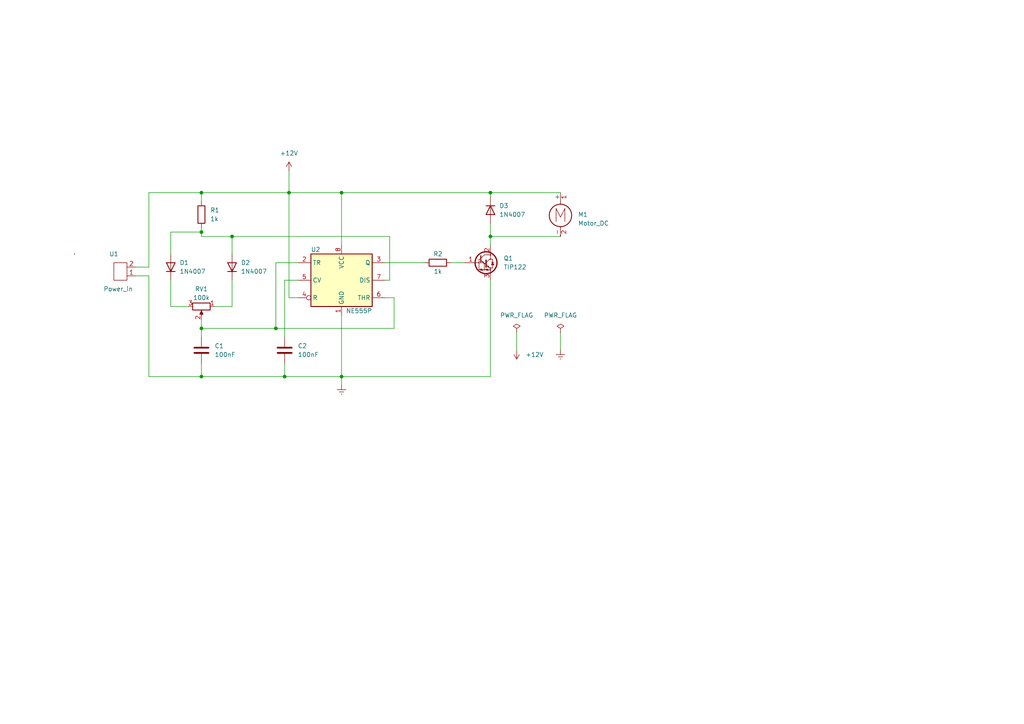
<source format=kicad_sch>
(kicad_sch (version 20211123) (generator eeschema)

  (uuid 3be69592-01d8-4f60-ad7c-4614eb19b3ad)

  (paper "A4")

  (title_block
    (title "555 Timer PWM")
    (date "2022-05-14")
    (rev "v1.1")
    (company "zhrzkn")
  )

  (lib_symbols
    (symbol "Device:C" (pin_numbers hide) (pin_names (offset 0.254)) (in_bom yes) (on_board yes)
      (property "Reference" "C" (id 0) (at 0.635 2.54 0)
        (effects (font (size 1.27 1.27)) (justify left))
      )
      (property "Value" "C" (id 1) (at 0.635 -2.54 0)
        (effects (font (size 1.27 1.27)) (justify left))
      )
      (property "Footprint" "" (id 2) (at 0.9652 -3.81 0)
        (effects (font (size 1.27 1.27)) hide)
      )
      (property "Datasheet" "~" (id 3) (at 0 0 0)
        (effects (font (size 1.27 1.27)) hide)
      )
      (property "ki_keywords" "cap capacitor" (id 4) (at 0 0 0)
        (effects (font (size 1.27 1.27)) hide)
      )
      (property "ki_description" "Unpolarized capacitor" (id 5) (at 0 0 0)
        (effects (font (size 1.27 1.27)) hide)
      )
      (property "ki_fp_filters" "C_*" (id 6) (at 0 0 0)
        (effects (font (size 1.27 1.27)) hide)
      )
      (symbol "C_0_1"
        (polyline
          (pts
            (xy -2.032 -0.762)
            (xy 2.032 -0.762)
          )
          (stroke (width 0.508) (type default) (color 0 0 0 0))
          (fill (type none))
        )
        (polyline
          (pts
            (xy -2.032 0.762)
            (xy 2.032 0.762)
          )
          (stroke (width 0.508) (type default) (color 0 0 0 0))
          (fill (type none))
        )
      )
      (symbol "C_1_1"
        (pin passive line (at 0 3.81 270) (length 2.794)
          (name "~" (effects (font (size 1.27 1.27))))
          (number "1" (effects (font (size 1.27 1.27))))
        )
        (pin passive line (at 0 -3.81 90) (length 2.794)
          (name "~" (effects (font (size 1.27 1.27))))
          (number "2" (effects (font (size 1.27 1.27))))
        )
      )
    )
    (symbol "Device:R" (pin_numbers hide) (pin_names (offset 0)) (in_bom yes) (on_board yes)
      (property "Reference" "R" (id 0) (at 2.032 0 90)
        (effects (font (size 1.27 1.27)))
      )
      (property "Value" "R" (id 1) (at 0 0 90)
        (effects (font (size 1.27 1.27)))
      )
      (property "Footprint" "" (id 2) (at -1.778 0 90)
        (effects (font (size 1.27 1.27)) hide)
      )
      (property "Datasheet" "~" (id 3) (at 0 0 0)
        (effects (font (size 1.27 1.27)) hide)
      )
      (property "ki_keywords" "R res resistor" (id 4) (at 0 0 0)
        (effects (font (size 1.27 1.27)) hide)
      )
      (property "ki_description" "Resistor" (id 5) (at 0 0 0)
        (effects (font (size 1.27 1.27)) hide)
      )
      (property "ki_fp_filters" "R_*" (id 6) (at 0 0 0)
        (effects (font (size 1.27 1.27)) hide)
      )
      (symbol "R_0_1"
        (rectangle (start -1.016 -2.54) (end 1.016 2.54)
          (stroke (width 0.254) (type default) (color 0 0 0 0))
          (fill (type none))
        )
      )
      (symbol "R_1_1"
        (pin passive line (at 0 3.81 270) (length 1.27)
          (name "~" (effects (font (size 1.27 1.27))))
          (number "1" (effects (font (size 1.27 1.27))))
        )
        (pin passive line (at 0 -3.81 90) (length 1.27)
          (name "~" (effects (font (size 1.27 1.27))))
          (number "2" (effects (font (size 1.27 1.27))))
        )
      )
    )
    (symbol "Device:R_Potentiometer" (pin_names (offset 1.016) hide) (in_bom yes) (on_board yes)
      (property "Reference" "RV" (id 0) (at -4.445 0 90)
        (effects (font (size 1.27 1.27)))
      )
      (property "Value" "R_Potentiometer" (id 1) (at -2.54 0 90)
        (effects (font (size 1.27 1.27)))
      )
      (property "Footprint" "" (id 2) (at 0 0 0)
        (effects (font (size 1.27 1.27)) hide)
      )
      (property "Datasheet" "~" (id 3) (at 0 0 0)
        (effects (font (size 1.27 1.27)) hide)
      )
      (property "ki_keywords" "resistor variable" (id 4) (at 0 0 0)
        (effects (font (size 1.27 1.27)) hide)
      )
      (property "ki_description" "Potentiometer" (id 5) (at 0 0 0)
        (effects (font (size 1.27 1.27)) hide)
      )
      (property "ki_fp_filters" "Potentiometer*" (id 6) (at 0 0 0)
        (effects (font (size 1.27 1.27)) hide)
      )
      (symbol "R_Potentiometer_0_1"
        (polyline
          (pts
            (xy 2.54 0)
            (xy 1.524 0)
          )
          (stroke (width 0) (type default) (color 0 0 0 0))
          (fill (type none))
        )
        (polyline
          (pts
            (xy 1.143 0)
            (xy 2.286 0.508)
            (xy 2.286 -0.508)
            (xy 1.143 0)
          )
          (stroke (width 0) (type default) (color 0 0 0 0))
          (fill (type outline))
        )
        (rectangle (start 1.016 2.54) (end -1.016 -2.54)
          (stroke (width 0.254) (type default) (color 0 0 0 0))
          (fill (type none))
        )
      )
      (symbol "R_Potentiometer_1_1"
        (pin passive line (at 0 3.81 270) (length 1.27)
          (name "1" (effects (font (size 1.27 1.27))))
          (number "1" (effects (font (size 1.27 1.27))))
        )
        (pin passive line (at 3.81 0 180) (length 1.27)
          (name "2" (effects (font (size 1.27 1.27))))
          (number "2" (effects (font (size 1.27 1.27))))
        )
        (pin passive line (at 0 -3.81 90) (length 1.27)
          (name "3" (effects (font (size 1.27 1.27))))
          (number "3" (effects (font (size 1.27 1.27))))
        )
      )
    )
    (symbol "Diode:1N4007" (pin_numbers hide) (pin_names (offset 1.016) hide) (in_bom yes) (on_board yes)
      (property "Reference" "D" (id 0) (at 0 2.54 0)
        (effects (font (size 1.27 1.27)))
      )
      (property "Value" "1N4007" (id 1) (at 0 -2.54 0)
        (effects (font (size 1.27 1.27)))
      )
      (property "Footprint" "Diode_THT:D_DO-41_SOD81_P10.16mm_Horizontal" (id 2) (at 0 -4.445 0)
        (effects (font (size 1.27 1.27)) hide)
      )
      (property "Datasheet" "http://www.vishay.com/docs/88503/1n4001.pdf" (id 3) (at 0 0 0)
        (effects (font (size 1.27 1.27)) hide)
      )
      (property "ki_keywords" "diode" (id 4) (at 0 0 0)
        (effects (font (size 1.27 1.27)) hide)
      )
      (property "ki_description" "1000V 1A General Purpose Rectifier Diode, DO-41" (id 5) (at 0 0 0)
        (effects (font (size 1.27 1.27)) hide)
      )
      (property "ki_fp_filters" "D*DO?41*" (id 6) (at 0 0 0)
        (effects (font (size 1.27 1.27)) hide)
      )
      (symbol "1N4007_0_1"
        (polyline
          (pts
            (xy -1.27 1.27)
            (xy -1.27 -1.27)
          )
          (stroke (width 0.254) (type default) (color 0 0 0 0))
          (fill (type none))
        )
        (polyline
          (pts
            (xy 1.27 0)
            (xy -1.27 0)
          )
          (stroke (width 0) (type default) (color 0 0 0 0))
          (fill (type none))
        )
        (polyline
          (pts
            (xy 1.27 1.27)
            (xy 1.27 -1.27)
            (xy -1.27 0)
            (xy 1.27 1.27)
          )
          (stroke (width 0.254) (type default) (color 0 0 0 0))
          (fill (type none))
        )
      )
      (symbol "1N4007_1_1"
        (pin passive line (at -3.81 0 0) (length 2.54)
          (name "K" (effects (font (size 1.27 1.27))))
          (number "1" (effects (font (size 1.27 1.27))))
        )
        (pin passive line (at 3.81 0 180) (length 2.54)
          (name "A" (effects (font (size 1.27 1.27))))
          (number "2" (effects (font (size 1.27 1.27))))
        )
      )
    )
    (symbol "Motor:Motor_DC" (pin_names (offset 0)) (in_bom yes) (on_board yes)
      (property "Reference" "M" (id 0) (at 2.54 2.54 0)
        (effects (font (size 1.27 1.27)) (justify left))
      )
      (property "Value" "Motor_DC" (id 1) (at 2.54 -5.08 0)
        (effects (font (size 1.27 1.27)) (justify left top))
      )
      (property "Footprint" "" (id 2) (at 0 -2.286 0)
        (effects (font (size 1.27 1.27)) hide)
      )
      (property "Datasheet" "~" (id 3) (at 0 -2.286 0)
        (effects (font (size 1.27 1.27)) hide)
      )
      (property "ki_keywords" "DC Motor" (id 4) (at 0 0 0)
        (effects (font (size 1.27 1.27)) hide)
      )
      (property "ki_description" "DC Motor" (id 5) (at 0 0 0)
        (effects (font (size 1.27 1.27)) hide)
      )
      (property "ki_fp_filters" "PinHeader*P2.54mm* TerminalBlock*" (id 6) (at 0 0 0)
        (effects (font (size 1.27 1.27)) hide)
      )
      (symbol "Motor_DC_0_0"
        (polyline
          (pts
            (xy -1.27 -3.302)
            (xy -1.27 0.508)
            (xy 0 -2.032)
            (xy 1.27 0.508)
            (xy 1.27 -3.302)
          )
          (stroke (width 0) (type default) (color 0 0 0 0))
          (fill (type none))
        )
      )
      (symbol "Motor_DC_0_1"
        (circle (center 0 -1.524) (radius 3.2512)
          (stroke (width 0.254) (type default) (color 0 0 0 0))
          (fill (type none))
        )
        (polyline
          (pts
            (xy 0 -7.62)
            (xy 0 -7.112)
          )
          (stroke (width 0) (type default) (color 0 0 0 0))
          (fill (type none))
        )
        (polyline
          (pts
            (xy 0 -4.7752)
            (xy 0 -5.1816)
          )
          (stroke (width 0) (type default) (color 0 0 0 0))
          (fill (type none))
        )
        (polyline
          (pts
            (xy 0 1.7272)
            (xy 0 2.0828)
          )
          (stroke (width 0) (type default) (color 0 0 0 0))
          (fill (type none))
        )
        (polyline
          (pts
            (xy 0 2.032)
            (xy 0 2.54)
          )
          (stroke (width 0) (type default) (color 0 0 0 0))
          (fill (type none))
        )
      )
      (symbol "Motor_DC_1_1"
        (pin passive line (at 0 5.08 270) (length 2.54)
          (name "+" (effects (font (size 1.27 1.27))))
          (number "1" (effects (font (size 1.27 1.27))))
        )
        (pin passive line (at 0 -7.62 90) (length 2.54)
          (name "-" (effects (font (size 1.27 1.27))))
          (number "2" (effects (font (size 1.27 1.27))))
        )
      )
    )
    (symbol "Timer:NE555P" (in_bom yes) (on_board yes)
      (property "Reference" "U" (id 0) (at -10.16 8.89 0)
        (effects (font (size 1.27 1.27)) (justify left))
      )
      (property "Value" "NE555P" (id 1) (at 2.54 8.89 0)
        (effects (font (size 1.27 1.27)) (justify left))
      )
      (property "Footprint" "Package_DIP:DIP-8_W7.62mm" (id 2) (at 16.51 -10.16 0)
        (effects (font (size 1.27 1.27)) hide)
      )
      (property "Datasheet" "http://www.ti.com/lit/ds/symlink/ne555.pdf" (id 3) (at 21.59 -10.16 0)
        (effects (font (size 1.27 1.27)) hide)
      )
      (property "ki_keywords" "single timer 555" (id 4) (at 0 0 0)
        (effects (font (size 1.27 1.27)) hide)
      )
      (property "ki_description" "Precision Timers, 555 compatible,  PDIP-8" (id 5) (at 0 0 0)
        (effects (font (size 1.27 1.27)) hide)
      )
      (property "ki_fp_filters" "DIP*W7.62mm*" (id 6) (at 0 0 0)
        (effects (font (size 1.27 1.27)) hide)
      )
      (symbol "NE555P_0_0"
        (pin power_in line (at 0 -10.16 90) (length 2.54)
          (name "GND" (effects (font (size 1.27 1.27))))
          (number "1" (effects (font (size 1.27 1.27))))
        )
        (pin power_in line (at 0 10.16 270) (length 2.54)
          (name "VCC" (effects (font (size 1.27 1.27))))
          (number "8" (effects (font (size 1.27 1.27))))
        )
      )
      (symbol "NE555P_0_1"
        (rectangle (start -8.89 -7.62) (end 8.89 7.62)
          (stroke (width 0.254) (type default) (color 0 0 0 0))
          (fill (type background))
        )
        (rectangle (start -8.89 -7.62) (end 8.89 7.62)
          (stroke (width 0.254) (type default) (color 0 0 0 0))
          (fill (type background))
        )
      )
      (symbol "NE555P_1_1"
        (pin input line (at -12.7 5.08 0) (length 3.81)
          (name "TR" (effects (font (size 1.27 1.27))))
          (number "2" (effects (font (size 1.27 1.27))))
        )
        (pin output line (at 12.7 5.08 180) (length 3.81)
          (name "Q" (effects (font (size 1.27 1.27))))
          (number "3" (effects (font (size 1.27 1.27))))
        )
        (pin input inverted (at -12.7 -5.08 0) (length 3.81)
          (name "R" (effects (font (size 1.27 1.27))))
          (number "4" (effects (font (size 1.27 1.27))))
        )
        (pin input line (at -12.7 0 0) (length 3.81)
          (name "CV" (effects (font (size 1.27 1.27))))
          (number "5" (effects (font (size 1.27 1.27))))
        )
        (pin input line (at 12.7 -5.08 180) (length 3.81)
          (name "THR" (effects (font (size 1.27 1.27))))
          (number "6" (effects (font (size 1.27 1.27))))
        )
        (pin input line (at 12.7 0 180) (length 3.81)
          (name "DIS" (effects (font (size 1.27 1.27))))
          (number "7" (effects (font (size 1.27 1.27))))
        )
      )
    )
    (symbol "Transistor_BJT:TIP122" (pin_names (offset 0) hide) (in_bom yes) (on_board yes)
      (property "Reference" "Q" (id 0) (at 5.08 1.905 0)
        (effects (font (size 1.27 1.27)) (justify left))
      )
      (property "Value" "TIP122" (id 1) (at 5.08 0 0)
        (effects (font (size 1.27 1.27)) (justify left))
      )
      (property "Footprint" "Package_TO_SOT_THT:TO-220-3_Vertical" (id 2) (at 5.08 -1.905 0)
        (effects (font (size 1.27 1.27) italic) (justify left) hide)
      )
      (property "Datasheet" "https://www.onsemi.com/pub/Collateral/TIP120-D.PDF" (id 3) (at 0 0 0)
        (effects (font (size 1.27 1.27)) (justify left) hide)
      )
      (property "ki_keywords" "Darlington Power NPN Transistor" (id 4) (at 0 0 0)
        (effects (font (size 1.27 1.27)) hide)
      )
      (property "ki_description" "5A Ic, 100V Vce, Silicon Darlington Power NPN Transistor, TO-220" (id 5) (at 0 0 0)
        (effects (font (size 1.27 1.27)) hide)
      )
      (property "ki_fp_filters" "TO?220*" (id 6) (at 0 0 0)
        (effects (font (size 1.27 1.27)) hide)
      )
      (symbol "TIP122_0_1"
        (circle (center -0.762 0) (radius 0.127)
          (stroke (width 0) (type default) (color 0 0 0 0))
          (fill (type none))
        )
        (polyline
          (pts
            (xy -1.27 0)
            (xy -0.889 0)
          )
          (stroke (width 0) (type default) (color 0 0 0 0))
          (fill (type none))
        )
        (polyline
          (pts
            (xy 2.54 -2.032)
            (xy 2.54 -2.54)
          )
          (stroke (width 0) (type default) (color 0 0 0 0))
          (fill (type none))
        )
        (polyline
          (pts
            (xy 2.54 -1.524)
            (xy 3.175 -1.524)
          )
          (stroke (width 0) (type default) (color 0 0 0 0))
          (fill (type none))
        )
        (polyline
          (pts
            (xy 2.794 0.127)
            (xy 3.556 0.127)
          )
          (stroke (width 0) (type default) (color 0 0 0 0))
          (fill (type none))
        )
        (polyline
          (pts
            (xy 3.175 -0.635)
            (xy 3.175 -1.524)
          )
          (stroke (width 0) (type default) (color 0 0 0 0))
          (fill (type none))
        )
        (polyline
          (pts
            (xy 3.175 1.016)
            (xy 2.54 1.016)
          )
          (stroke (width 0) (type default) (color 0 0 0 0))
          (fill (type none))
        )
        (polyline
          (pts
            (xy 3.175 1.016)
            (xy 3.175 0.127)
          )
          (stroke (width 0) (type default) (color 0 0 0 0))
          (fill (type none))
        )
        (polyline
          (pts
            (xy -0.254 0.762)
            (xy 0.762 -0.254)
            (xy 1.27 -0.254)
          )
          (stroke (width 0) (type default) (color 0 0 0 0))
          (fill (type none))
        )
        (polyline
          (pts
            (xy -0.254 1.016)
            (xy -0.762 1.016)
            (xy -0.762 -2.032)
          )
          (stroke (width 0) (type default) (color 0 0 0 0))
          (fill (type none))
        )
        (polyline
          (pts
            (xy -0.254 1.27)
            (xy 0.762 2.286)
            (xy 2.54 2.286)
          )
          (stroke (width 0) (type default) (color 0 0 0 0))
          (fill (type none))
        )
        (polyline
          (pts
            (xy -0.254 2.032)
            (xy -0.254 0)
            (xy -0.254 0)
          )
          (stroke (width 0.3048) (type default) (color 0 0 0 0))
          (fill (type none))
        )
        (polyline
          (pts
            (xy 1.27 0.762)
            (xy 1.27 -1.27)
            (xy 1.27 -1.27)
          )
          (stroke (width 0.381) (type default) (color 0 0 0 0))
          (fill (type none))
        )
        (polyline
          (pts
            (xy 0.635 -0.127)
            (xy 0.381 0.381)
            (xy 0.127 0.127)
            (xy 0.635 -0.127)
          )
          (stroke (width 0) (type default) (color 0 0 0 0))
          (fill (type none))
        )
        (polyline
          (pts
            (xy 1.27 -0.508)
            (xy 2.286 -1.524)
            (xy 2.54 -1.524)
            (xy 2.54 -2.032)
          )
          (stroke (width 0) (type default) (color 0 0 0 0))
          (fill (type none))
        )
        (polyline
          (pts
            (xy 1.27 0)
            (xy 2.286 1.016)
            (xy 2.54 1.016)
            (xy 2.54 2.286)
          )
          (stroke (width 0) (type default) (color 0 0 0 0))
          (fill (type none))
        )
        (polyline
          (pts
            (xy 2.159 -1.397)
            (xy 1.905 -0.889)
            (xy 1.651 -1.143)
            (xy 2.159 -1.397)
          )
          (stroke (width 0) (type default) (color 0 0 0 0))
          (fill (type none))
        )
        (polyline
          (pts
            (xy 3.175 0.127)
            (xy 2.794 -0.635)
            (xy 3.556 -0.635)
            (xy 3.175 0.127)
          )
          (stroke (width 0) (type default) (color 0 0 0 0))
          (fill (type outline))
        )
        (polyline
          (pts
            (xy 0.762 -2.032)
            (xy 0.381 -2.032)
            (xy 0.254 -2.286)
            (xy 0.127 -1.778)
            (xy 0 -2.286)
            (xy -0.127 -1.778)
            (xy -0.254 -2.286)
            (xy -0.381 -1.778)
            (xy -0.508 -2.032)
            (xy -0.762 -2.032)
          )
          (stroke (width 0) (type default) (color 0 0 0 0))
          (fill (type none))
        )
        (polyline
          (pts
            (xy 0.762 -0.254)
            (xy 0.762 -2.032)
            (xy 1.143 -2.032)
            (xy 1.27 -1.778)
            (xy 1.397 -2.286)
            (xy 1.524 -1.778)
            (xy 1.651 -2.286)
            (xy 1.778 -1.778)
            (xy 1.905 -2.286)
            (xy 2.032 -2.032)
            (xy 2.54 -2.032)
          )
          (stroke (width 0) (type default) (color 0 0 0 0))
          (fill (type none))
        )
        (circle (center 0.762 -2.032) (radius 0.127)
          (stroke (width 0) (type default) (color 0 0 0 0))
          (fill (type none))
        )
        (circle (center 0.762 -0.254) (radius 0.127)
          (stroke (width 0) (type default) (color 0 0 0 0))
          (fill (type none))
        )
        (circle (center 1.27 0) (radius 3.175)
          (stroke (width 0.3556) (type default) (color 0 0 0 0))
          (fill (type none))
        )
        (circle (center 2.54 -2.032) (radius 0.127)
          (stroke (width 0) (type default) (color 0 0 0 0))
          (fill (type none))
        )
        (circle (center 2.54 -1.524) (radius 0.127)
          (stroke (width 0) (type default) (color 0 0 0 0))
          (fill (type none))
        )
        (circle (center 2.54 1.016) (radius 0.127)
          (stroke (width 0) (type default) (color 0 0 0 0))
          (fill (type none))
        )
        (circle (center 2.54 2.286) (radius 0.127)
          (stroke (width 0) (type default) (color 0 0 0 0))
          (fill (type none))
        )
      )
      (symbol "TIP122_1_1"
        (pin input line (at -5.08 0 0) (length 3.81)
          (name "B" (effects (font (size 1.27 1.27))))
          (number "1" (effects (font (size 1.27 1.27))))
        )
        (pin passive line (at 2.54 5.08 270) (length 2.667)
          (name "C" (effects (font (size 1.27 1.27))))
          (number "2" (effects (font (size 1.27 1.27))))
        )
        (pin passive line (at 2.54 -5.08 90) (length 2.54)
          (name "E" (effects (font (size 1.27 1.27))))
          (number "3" (effects (font (size 1.27 1.27))))
        )
      )
    )
    (symbol "extra_library:Power_in" (in_bom yes) (on_board yes)
      (property "Reference" "U" (id 0) (at -1.27 1.27 0)
        (effects (font (size 1.27 1.27)))
      )
      (property "Value" "Power_in" (id 1) (at 2.54 -6.35 0)
        (effects (font (size 1.27 1.27)))
      )
      (property "Footprint" "" (id 2) (at 0 0 0)
        (effects (font (size 1.27 1.27)) hide)
      )
      (property "Datasheet" "" (id 3) (at 0 0 0)
        (effects (font (size 1.27 1.27)) hide)
      )
      (symbol "Power_in_0_1"
        (rectangle (start 0 0) (end 3.81 -5.08)
          (stroke (width 0) (type default) (color 0 0 0 0))
          (fill (type none))
        )
        (circle (center 15.24 2.54) (radius 0.0001)
          (stroke (width 0) (type default) (color 0 0 0 0))
          (fill (type none))
        )
      )
      (symbol "Power_in_1_1"
        (pin input line (at -2.54 -3.81 0) (length 2.54)
          (name "" (effects (font (size 1.27 1.27))))
          (number "1" (effects (font (size 1.27 1.27))))
        )
        (pin input line (at -2.54 -1.27 0) (length 2.54)
          (name "" (effects (font (size 1.27 1.27))))
          (number "2" (effects (font (size 1.27 1.27))))
        )
      )
    )
    (symbol "power:+12V" (power) (pin_names (offset 0)) (in_bom yes) (on_board yes)
      (property "Reference" "#PWR" (id 0) (at 0 -3.81 0)
        (effects (font (size 1.27 1.27)) hide)
      )
      (property "Value" "+12V" (id 1) (at 0 3.556 0)
        (effects (font (size 1.27 1.27)))
      )
      (property "Footprint" "" (id 2) (at 0 0 0)
        (effects (font (size 1.27 1.27)) hide)
      )
      (property "Datasheet" "" (id 3) (at 0 0 0)
        (effects (font (size 1.27 1.27)) hide)
      )
      (property "ki_keywords" "power-flag" (id 4) (at 0 0 0)
        (effects (font (size 1.27 1.27)) hide)
      )
      (property "ki_description" "Power symbol creates a global label with name \"+12V\"" (id 5) (at 0 0 0)
        (effects (font (size 1.27 1.27)) hide)
      )
      (symbol "+12V_0_1"
        (polyline
          (pts
            (xy -0.762 1.27)
            (xy 0 2.54)
          )
          (stroke (width 0) (type default) (color 0 0 0 0))
          (fill (type none))
        )
        (polyline
          (pts
            (xy 0 0)
            (xy 0 2.54)
          )
          (stroke (width 0) (type default) (color 0 0 0 0))
          (fill (type none))
        )
        (polyline
          (pts
            (xy 0 2.54)
            (xy 0.762 1.27)
          )
          (stroke (width 0) (type default) (color 0 0 0 0))
          (fill (type none))
        )
      )
      (symbol "+12V_1_1"
        (pin power_in line (at 0 0 90) (length 0) hide
          (name "+12V" (effects (font (size 1.27 1.27))))
          (number "1" (effects (font (size 1.27 1.27))))
        )
      )
    )
    (symbol "power:Earth" (power) (pin_names (offset 0)) (in_bom yes) (on_board yes)
      (property "Reference" "#PWR" (id 0) (at 0 -6.35 0)
        (effects (font (size 1.27 1.27)) hide)
      )
      (property "Value" "Earth" (id 1) (at 0 -3.81 0)
        (effects (font (size 1.27 1.27)) hide)
      )
      (property "Footprint" "" (id 2) (at 0 0 0)
        (effects (font (size 1.27 1.27)) hide)
      )
      (property "Datasheet" "~" (id 3) (at 0 0 0)
        (effects (font (size 1.27 1.27)) hide)
      )
      (property "ki_keywords" "power-flag ground gnd" (id 4) (at 0 0 0)
        (effects (font (size 1.27 1.27)) hide)
      )
      (property "ki_description" "Power symbol creates a global label with name \"Earth\"" (id 5) (at 0 0 0)
        (effects (font (size 1.27 1.27)) hide)
      )
      (symbol "Earth_0_1"
        (polyline
          (pts
            (xy -0.635 -1.905)
            (xy 0.635 -1.905)
          )
          (stroke (width 0) (type default) (color 0 0 0 0))
          (fill (type none))
        )
        (polyline
          (pts
            (xy -0.127 -2.54)
            (xy 0.127 -2.54)
          )
          (stroke (width 0) (type default) (color 0 0 0 0))
          (fill (type none))
        )
        (polyline
          (pts
            (xy 0 -1.27)
            (xy 0 0)
          )
          (stroke (width 0) (type default) (color 0 0 0 0))
          (fill (type none))
        )
        (polyline
          (pts
            (xy 1.27 -1.27)
            (xy -1.27 -1.27)
          )
          (stroke (width 0) (type default) (color 0 0 0 0))
          (fill (type none))
        )
      )
      (symbol "Earth_1_1"
        (pin power_in line (at 0 0 270) (length 0) hide
          (name "Earth" (effects (font (size 1.27 1.27))))
          (number "1" (effects (font (size 1.27 1.27))))
        )
      )
    )
    (symbol "power:PWR_FLAG" (power) (pin_numbers hide) (pin_names (offset 0) hide) (in_bom yes) (on_board yes)
      (property "Reference" "#FLG" (id 0) (at 0 1.905 0)
        (effects (font (size 1.27 1.27)) hide)
      )
      (property "Value" "PWR_FLAG" (id 1) (at 0 3.81 0)
        (effects (font (size 1.27 1.27)))
      )
      (property "Footprint" "" (id 2) (at 0 0 0)
        (effects (font (size 1.27 1.27)) hide)
      )
      (property "Datasheet" "~" (id 3) (at 0 0 0)
        (effects (font (size 1.27 1.27)) hide)
      )
      (property "ki_keywords" "power-flag" (id 4) (at 0 0 0)
        (effects (font (size 1.27 1.27)) hide)
      )
      (property "ki_description" "Special symbol for telling ERC where power comes from" (id 5) (at 0 0 0)
        (effects (font (size 1.27 1.27)) hide)
      )
      (symbol "PWR_FLAG_0_0"
        (pin power_out line (at 0 0 90) (length 0)
          (name "pwr" (effects (font (size 1.27 1.27))))
          (number "1" (effects (font (size 1.27 1.27))))
        )
      )
      (symbol "PWR_FLAG_0_1"
        (polyline
          (pts
            (xy 0 0)
            (xy 0 1.27)
            (xy -1.016 1.905)
            (xy 0 2.54)
            (xy 1.016 1.905)
            (xy 0 1.27)
          )
          (stroke (width 0) (type default) (color 0 0 0 0))
          (fill (type none))
        )
      )
    )
  )

  (junction (at 83.82 55.88) (diameter 0) (color 0 0 0 0)
    (uuid 2938011f-3d4f-4685-a39f-15d068172d4c)
  )
  (junction (at 142.24 55.88) (diameter 0) (color 0 0 0 0)
    (uuid 4347d698-426f-4640-9d09-6c0b9914da27)
  )
  (junction (at 80.01 95.25) (diameter 0) (color 0 0 0 0)
    (uuid 55ef0cdf-6afe-40cc-bd22-68d6d917734b)
  )
  (junction (at 58.42 55.88) (diameter 0) (color 0 0 0 0)
    (uuid 5b7da8bc-d9d7-4de4-ab2d-4bd58478aa13)
  )
  (junction (at 142.24 68.58) (diameter 0) (color 0 0 0 0)
    (uuid 650759bf-0521-4c88-bf93-838a29de6e38)
  )
  (junction (at 58.42 67.31) (diameter 0) (color 0 0 0 0)
    (uuid 7038bc10-63ac-4b5e-820c-e5fe936a6439)
  )
  (junction (at 99.06 109.22) (diameter 0) (color 0 0 0 0)
    (uuid 7398f22d-9ccc-4ee2-8049-b86cc46d7d0c)
  )
  (junction (at 99.06 55.88) (diameter 0) (color 0 0 0 0)
    (uuid 7ce56999-e1b0-4006-b810-185aab2f6f89)
  )
  (junction (at 67.31 68.58) (diameter 0) (color 0 0 0 0)
    (uuid 99baeeaf-1329-4f30-91da-99b80675c2eb)
  )
  (junction (at 58.42 95.25) (diameter 0) (color 0 0 0 0)
    (uuid 9f934708-e560-4d47-8002-be71755682cc)
  )
  (junction (at 58.42 109.22) (diameter 0) (color 0 0 0 0)
    (uuid ad369286-866b-41cc-9e14-fffd805ab2c9)
  )
  (junction (at 82.55 109.22) (diameter 0) (color 0 0 0 0)
    (uuid cec22bf0-894f-4d32-9182-ee42a6135bc2)
  )

  (wire (pts (xy 99.06 55.88) (xy 83.82 55.88))
    (stroke (width 0) (type default) (color 0 0 0 0))
    (uuid 034f7882-4942-4da8-9a11-3256d6a93a79)
  )
  (wire (pts (xy 58.42 95.25) (xy 58.42 97.79))
    (stroke (width 0) (type default) (color 0 0 0 0))
    (uuid 07aa28cb-d6ab-4043-96bd-284780f38cd1)
  )
  (wire (pts (xy 82.55 97.79) (xy 82.55 81.28))
    (stroke (width 0) (type default) (color 0 0 0 0))
    (uuid 0fad29be-b401-4216-819f-727a909ed382)
  )
  (wire (pts (xy 82.55 109.22) (xy 99.06 109.22))
    (stroke (width 0) (type default) (color 0 0 0 0))
    (uuid 0fc7544f-59d1-4e3d-ab30-050df6cf19c9)
  )
  (wire (pts (xy 142.24 68.58) (xy 162.56 68.58))
    (stroke (width 0) (type default) (color 0 0 0 0))
    (uuid 19888a1c-2d03-4822-920f-3c4113890267)
  )
  (wire (pts (xy 99.06 55.88) (xy 142.24 55.88))
    (stroke (width 0) (type default) (color 0 0 0 0))
    (uuid 20db631e-ec9d-4791-8330-cf8711905adb)
  )
  (wire (pts (xy 39.37 77.47) (xy 43.18 77.47))
    (stroke (width 0) (type default) (color 0 0 0 0))
    (uuid 21e18c3d-b0bf-47f8-9ef6-a2d0358ded34)
  )
  (wire (pts (xy 130.81 76.2) (xy 134.62 76.2))
    (stroke (width 0) (type default) (color 0 0 0 0))
    (uuid 21eab52d-93a5-4915-b32f-41da58343471)
  )
  (wire (pts (xy 111.76 81.28) (xy 113.03 81.28))
    (stroke (width 0) (type default) (color 0 0 0 0))
    (uuid 230d17f8-87cb-41f6-a34b-70484cc943a2)
  )
  (wire (pts (xy 142.24 68.58) (xy 142.24 71.12))
    (stroke (width 0) (type default) (color 0 0 0 0))
    (uuid 24bb8d76-d5a6-46a1-823e-21793a16253c)
  )
  (wire (pts (xy 67.31 81.28) (xy 67.31 88.9))
    (stroke (width 0) (type default) (color 0 0 0 0))
    (uuid 3ef35afc-22cc-4387-9199-db563e1601d2)
  )
  (wire (pts (xy 62.23 88.9) (xy 67.31 88.9))
    (stroke (width 0) (type default) (color 0 0 0 0))
    (uuid 462a9777-a472-4d45-93b7-ecc39469a6e0)
  )
  (wire (pts (xy 149.86 96.52) (xy 149.86 101.6))
    (stroke (width 0) (type default) (color 0 0 0 0))
    (uuid 46d740a2-ea55-4a7b-a132-93f35ce628ce)
  )
  (wire (pts (xy 43.18 80.01) (xy 43.18 109.22))
    (stroke (width 0) (type default) (color 0 0 0 0))
    (uuid 47ada5b2-261d-43c6-a78b-5c1a1f97027d)
  )
  (wire (pts (xy 142.24 64.77) (xy 142.24 68.58))
    (stroke (width 0) (type default) (color 0 0 0 0))
    (uuid 4b2e3e4e-3a68-40d4-8c34-e501d4a0da25)
  )
  (wire (pts (xy 82.55 109.22) (xy 82.55 105.41))
    (stroke (width 0) (type default) (color 0 0 0 0))
    (uuid 4da8c5dc-0077-4057-839b-b02b2a95ba90)
  )
  (wire (pts (xy 43.18 109.22) (xy 58.42 109.22))
    (stroke (width 0) (type default) (color 0 0 0 0))
    (uuid 5095f786-76d9-49a6-abf6-d2ed38dc0daf)
  )
  (wire (pts (xy 49.53 73.66) (xy 49.53 67.31))
    (stroke (width 0) (type default) (color 0 0 0 0))
    (uuid 5373510c-b1ea-442c-912a-9733095ddae9)
  )
  (wire (pts (xy 111.76 76.2) (xy 123.19 76.2))
    (stroke (width 0) (type default) (color 0 0 0 0))
    (uuid 649089fd-9fe1-4448-832f-1e2cd18d357b)
  )
  (wire (pts (xy 67.31 68.58) (xy 113.03 68.58))
    (stroke (width 0) (type default) (color 0 0 0 0))
    (uuid 6b676d27-e303-4809-b449-183ec1687e50)
  )
  (wire (pts (xy 114.3 95.25) (xy 80.01 95.25))
    (stroke (width 0) (type default) (color 0 0 0 0))
    (uuid 6cd2510a-3f80-419a-8d7a-be6e8fc0f9ff)
  )
  (wire (pts (xy 43.18 55.88) (xy 58.42 55.88))
    (stroke (width 0) (type default) (color 0 0 0 0))
    (uuid 6d8dc073-03bf-4172-913b-dd1b95e44fc6)
  )
  (wire (pts (xy 83.82 49.53) (xy 83.82 55.88))
    (stroke (width 0) (type default) (color 0 0 0 0))
    (uuid 77e777f9-47ff-4fde-a397-abd5d6cf7ea1)
  )
  (wire (pts (xy 58.42 67.31) (xy 58.42 68.58))
    (stroke (width 0) (type default) (color 0 0 0 0))
    (uuid 7dbacdf1-fe54-421d-8180-f5d9ac0cd6e2)
  )
  (wire (pts (xy 142.24 109.22) (xy 99.06 109.22))
    (stroke (width 0) (type default) (color 0 0 0 0))
    (uuid 805d10a0-8784-44df-80d6-efe9b6741d11)
  )
  (wire (pts (xy 43.18 77.47) (xy 43.18 55.88))
    (stroke (width 0) (type default) (color 0 0 0 0))
    (uuid 866662a1-ba8a-47c3-8651-c0b0a6bbed95)
  )
  (wire (pts (xy 58.42 55.88) (xy 58.42 58.42))
    (stroke (width 0) (type default) (color 0 0 0 0))
    (uuid 88e80ae3-8096-4ac6-a78e-02a3ef329b36)
  )
  (wire (pts (xy 80.01 76.2) (xy 80.01 95.25))
    (stroke (width 0) (type default) (color 0 0 0 0))
    (uuid 932dc510-462b-4287-9606-e359956974c4)
  )
  (wire (pts (xy 86.36 86.36) (xy 83.82 86.36))
    (stroke (width 0) (type default) (color 0 0 0 0))
    (uuid 945f89fa-5dd8-401a-870a-0cf4f29b3320)
  )
  (wire (pts (xy 58.42 68.58) (xy 67.31 68.58))
    (stroke (width 0) (type default) (color 0 0 0 0))
    (uuid 9dee93a5-e609-4040-af69-1a313e445064)
  )
  (wire (pts (xy 39.37 80.01) (xy 43.18 80.01))
    (stroke (width 0) (type default) (color 0 0 0 0))
    (uuid a8c930ab-a12d-4167-859e-ffab7f5f6937)
  )
  (wire (pts (xy 82.55 81.28) (xy 86.36 81.28))
    (stroke (width 0) (type default) (color 0 0 0 0))
    (uuid aadac9d7-cb9f-46e9-9a84-68dcd614b25c)
  )
  (wire (pts (xy 99.06 91.44) (xy 99.06 109.22))
    (stroke (width 0) (type default) (color 0 0 0 0))
    (uuid afc2c67c-82aa-410f-a7b0-189ce4e2301e)
  )
  (wire (pts (xy 114.3 86.36) (xy 114.3 95.25))
    (stroke (width 0) (type default) (color 0 0 0 0))
    (uuid b309726f-4043-463c-a678-cfa28cabd369)
  )
  (wire (pts (xy 142.24 55.88) (xy 142.24 57.15))
    (stroke (width 0) (type default) (color 0 0 0 0))
    (uuid b6536b1d-0219-4c85-9f7d-1acddc362aa3)
  )
  (wire (pts (xy 58.42 66.04) (xy 58.42 67.31))
    (stroke (width 0) (type default) (color 0 0 0 0))
    (uuid bbbfbc1a-c630-4fbe-b775-ee9611f95af6)
  )
  (wire (pts (xy 86.36 76.2) (xy 80.01 76.2))
    (stroke (width 0) (type default) (color 0 0 0 0))
    (uuid c42fe4d2-7cf7-48a4-92ea-ff57d2e2da72)
  )
  (wire (pts (xy 83.82 55.88) (xy 58.42 55.88))
    (stroke (width 0) (type default) (color 0 0 0 0))
    (uuid c759b758-d720-4221-a571-2117a7d584a4)
  )
  (wire (pts (xy 58.42 92.71) (xy 58.42 95.25))
    (stroke (width 0) (type default) (color 0 0 0 0))
    (uuid c8e3a17c-47da-4727-8e0a-4e0f22ddbfde)
  )
  (wire (pts (xy 99.06 111.76) (xy 99.06 109.22))
    (stroke (width 0) (type default) (color 0 0 0 0))
    (uuid cd85e9ef-7317-4613-8562-1f3b0bebcc81)
  )
  (wire (pts (xy 49.53 81.28) (xy 49.53 88.9))
    (stroke (width 0) (type default) (color 0 0 0 0))
    (uuid cf84c3c7-29f4-49dd-beb2-23376f57e7d7)
  )
  (wire (pts (xy 58.42 109.22) (xy 82.55 109.22))
    (stroke (width 0) (type default) (color 0 0 0 0))
    (uuid d0afe963-1d10-4b0c-aae0-d536ed07552d)
  )
  (wire (pts (xy 162.56 96.52) (xy 162.56 101.6))
    (stroke (width 0) (type default) (color 0 0 0 0))
    (uuid d3374692-f44d-4f09-b3c2-bb2003dbaddf)
  )
  (wire (pts (xy 142.24 81.28) (xy 142.24 109.22))
    (stroke (width 0) (type default) (color 0 0 0 0))
    (uuid d5bc0066-de13-4e7b-a3f7-0af01ce6564c)
  )
  (wire (pts (xy 80.01 95.25) (xy 58.42 95.25))
    (stroke (width 0) (type default) (color 0 0 0 0))
    (uuid d6ec75ba-29c0-4c2d-a3af-8803ea10dd10)
  )
  (wire (pts (xy 49.53 88.9) (xy 54.61 88.9))
    (stroke (width 0) (type default) (color 0 0 0 0))
    (uuid ddfa03c0-2436-4c84-a985-27b84d6c7579)
  )
  (wire (pts (xy 111.76 86.36) (xy 114.3 86.36))
    (stroke (width 0) (type default) (color 0 0 0 0))
    (uuid de80b7c5-7d2d-4c8b-beed-5c30dd1b0467)
  )
  (wire (pts (xy 67.31 73.66) (xy 67.31 68.58))
    (stroke (width 0) (type default) (color 0 0 0 0))
    (uuid df212aae-ea27-4841-93bc-5eb56f3047b5)
  )
  (wire (pts (xy 83.82 86.36) (xy 83.82 55.88))
    (stroke (width 0) (type default) (color 0 0 0 0))
    (uuid e104071a-fe35-4964-b48c-dd5d8dc11137)
  )
  (wire (pts (xy 58.42 105.41) (xy 58.42 109.22))
    (stroke (width 0) (type default) (color 0 0 0 0))
    (uuid e271413b-e811-4db8-907f-fd16afe188d9)
  )
  (wire (pts (xy 99.06 71.12) (xy 99.06 55.88))
    (stroke (width 0) (type default) (color 0 0 0 0))
    (uuid e2d4d89f-da7a-478b-b628-f55f0a52d21e)
  )
  (wire (pts (xy 142.24 55.88) (xy 162.56 55.88))
    (stroke (width 0) (type default) (color 0 0 0 0))
    (uuid ee8cce85-07ba-4e1d-8bf0-4b2be06a0165)
  )
  (wire (pts (xy 113.03 68.58) (xy 113.03 81.28))
    (stroke (width 0) (type default) (color 0 0 0 0))
    (uuid f2c81308-f672-4ebe-aa9e-2da3ba669606)
  )
  (wire (pts (xy 49.53 67.31) (xy 58.42 67.31))
    (stroke (width 0) (type default) (color 0 0 0 0))
    (uuid f6f9d261-2a94-4a1d-bccd-5f252807dd4b)
  )

  (symbol (lib_id "Device:R") (at 58.42 62.23 180) (unit 1)
    (in_bom yes) (on_board yes) (fields_autoplaced)
    (uuid 05f127c5-00ba-4e5b-8bac-c9b964a17bfa)
    (property "Reference" "R1" (id 0) (at 60.96 60.9599 0)
      (effects (font (size 1.27 1.27)) (justify right))
    )
    (property "Value" "1k" (id 1) (at 60.96 63.4999 0)
      (effects (font (size 1.27 1.27)) (justify right))
    )
    (property "Footprint" "Resistor_THT:R_Axial_DIN0204_L3.6mm_D1.6mm_P5.08mm_Horizontal" (id 2) (at 60.198 62.23 90)
      (effects (font (size 1.27 1.27)) hide)
    )
    (property "Datasheet" "~" (id 3) (at 58.42 62.23 0)
      (effects (font (size 1.27 1.27)) hide)
    )
    (pin "1" (uuid 38c8671e-1b6c-4baa-8f86-61ac50466f25))
    (pin "2" (uuid 49e9f234-6283-43fa-86fd-9e820d939038))
  )

  (symbol (lib_id "power:Earth") (at 99.06 111.76 0) (unit 1)
    (in_bom yes) (on_board yes) (fields_autoplaced)
    (uuid 07a7c72f-bbe7-4159-b482-731d64289228)
    (property "Reference" "#PWR02" (id 0) (at 99.06 118.11 0)
      (effects (font (size 1.27 1.27)) hide)
    )
    (property "Value" "Earth" (id 1) (at 99.06 115.57 0)
      (effects (font (size 1.27 1.27)) hide)
    )
    (property "Footprint" "" (id 2) (at 99.06 111.76 0)
      (effects (font (size 1.27 1.27)) hide)
    )
    (property "Datasheet" "~" (id 3) (at 99.06 111.76 0)
      (effects (font (size 1.27 1.27)) hide)
    )
    (pin "1" (uuid 3aa16516-21ef-46fd-9f3c-3aedbc2a694b))
  )

  (symbol (lib_id "power:+12V") (at 83.82 49.53 0) (unit 1)
    (in_bom yes) (on_board yes) (fields_autoplaced)
    (uuid 1ee7dfc3-24ea-439f-b2cf-d39149d70ac3)
    (property "Reference" "#PWR01" (id 0) (at 83.82 53.34 0)
      (effects (font (size 1.27 1.27)) hide)
    )
    (property "Value" "+12V" (id 1) (at 83.82 44.45 0))
    (property "Footprint" "" (id 2) (at 83.82 49.53 0)
      (effects (font (size 1.27 1.27)) hide)
    )
    (property "Datasheet" "" (id 3) (at 83.82 49.53 0)
      (effects (font (size 1.27 1.27)) hide)
    )
    (pin "1" (uuid 8c92f717-87a2-4a8b-a23a-4772f5ccddb4))
  )

  (symbol (lib_id "extra_library:Power_in") (at 36.83 76.2 0) (mirror y) (unit 1)
    (in_bom yes) (on_board yes)
    (uuid 35b96da7-8f1c-4164-9764-187249e78d40)
    (property "Reference" "U1" (id 0) (at 33.02 73.66 0))
    (property "Value" "Power_in" (id 1) (at 34.29 83.82 0))
    (property "Footprint" "TerminalBlock:TerminalBlock_bornier-2_P5.08mm" (id 2) (at 36.83 76.2 0)
      (effects (font (size 1.27 1.27)) hide)
    )
    (property "Datasheet" "" (id 3) (at 36.83 76.2 0)
      (effects (font (size 1.27 1.27)) hide)
    )
    (pin "1" (uuid f9c378cf-3ee3-45e1-8a6b-0b7e17463475))
    (pin "2" (uuid f66011e7-e05a-48f9-ae18-65e110263f53))
  )

  (symbol (lib_id "power:Earth") (at 162.56 101.6 0) (unit 1)
    (in_bom yes) (on_board yes) (fields_autoplaced)
    (uuid 439bb903-605a-42ed-b491-d4c95c349a7b)
    (property "Reference" "#PWR0102" (id 0) (at 162.56 107.95 0)
      (effects (font (size 1.27 1.27)) hide)
    )
    (property "Value" "Earth" (id 1) (at 162.56 105.41 0)
      (effects (font (size 1.27 1.27)) hide)
    )
    (property "Footprint" "" (id 2) (at 162.56 101.6 0)
      (effects (font (size 1.27 1.27)) hide)
    )
    (property "Datasheet" "~" (id 3) (at 162.56 101.6 0)
      (effects (font (size 1.27 1.27)) hide)
    )
    (pin "1" (uuid a71541da-21fd-4ef7-a60f-610e6680f731))
  )

  (symbol (lib_id "Device:C") (at 58.42 101.6 0) (unit 1)
    (in_bom yes) (on_board yes) (fields_autoplaced)
    (uuid 4eaefa5c-968d-4e06-9210-4acea02bcb42)
    (property "Reference" "C1" (id 0) (at 62.23 100.3299 0)
      (effects (font (size 1.27 1.27)) (justify left))
    )
    (property "Value" "100nF" (id 1) (at 62.23 102.8699 0)
      (effects (font (size 1.27 1.27)) (justify left))
    )
    (property "Footprint" "Capacitor_THT:C_Disc_D3.0mm_W1.6mm_P2.50mm" (id 2) (at 59.3852 105.41 0)
      (effects (font (size 1.27 1.27)) hide)
    )
    (property "Datasheet" "~" (id 3) (at 58.42 101.6 0)
      (effects (font (size 1.27 1.27)) hide)
    )
    (pin "1" (uuid 2105be33-00d6-47e9-b2f2-bbde5ca96b94))
    (pin "2" (uuid 2fe31355-2d5f-4b76-92ef-aaf0a6105641))
  )

  (symbol (lib_id "Diode:1N4007") (at 142.24 60.96 270) (unit 1)
    (in_bom yes) (on_board yes) (fields_autoplaced)
    (uuid 541e8297-9f6b-4253-93d6-5596a307a78b)
    (property "Reference" "D3" (id 0) (at 144.78 59.6899 90)
      (effects (font (size 1.27 1.27)) (justify left))
    )
    (property "Value" "1N4007" (id 1) (at 144.78 62.2299 90)
      (effects (font (size 1.27 1.27)) (justify left))
    )
    (property "Footprint" "Diode_THT:D_DO-41_SOD81_P10.16mm_Horizontal" (id 2) (at 137.795 60.96 0)
      (effects (font (size 1.27 1.27)) hide)
    )
    (property "Datasheet" "http://www.vishay.com/docs/88503/1n4001.pdf" (id 3) (at 142.24 60.96 0)
      (effects (font (size 1.27 1.27)) hide)
    )
    (pin "1" (uuid dbcf6a61-6263-4e42-9f8f-a3273f7627a2))
    (pin "2" (uuid 157f62f0-622f-4a1e-95ed-f2eb678b5a3a))
  )

  (symbol (lib_id "power:PWR_FLAG") (at 162.56 96.52 0) (unit 1)
    (in_bom yes) (on_board yes) (fields_autoplaced)
    (uuid 700f234f-75d6-467d-b987-3aa90ad0e48c)
    (property "Reference" "#FLG0102" (id 0) (at 162.56 94.615 0)
      (effects (font (size 1.27 1.27)) hide)
    )
    (property "Value" "PWR_FLAG" (id 1) (at 162.56 91.44 0))
    (property "Footprint" "" (id 2) (at 162.56 96.52 0)
      (effects (font (size 1.27 1.27)) hide)
    )
    (property "Datasheet" "~" (id 3) (at 162.56 96.52 0)
      (effects (font (size 1.27 1.27)) hide)
    )
    (pin "1" (uuid 2c5b4c53-b7c6-4ce8-95c8-bfcfc9fc267b))
  )

  (symbol (lib_id "Timer:NE555P") (at 99.06 81.28 0) (unit 1)
    (in_bom yes) (on_board yes)
    (uuid 740af19a-4533-4c1f-ae2b-c6de37e0a775)
    (property "Reference" "U2" (id 0) (at 90.17 72.39 0)
      (effects (font (size 1.27 1.27)) (justify left))
    )
    (property "Value" "NE555P" (id 1) (at 100.33 90.17 0)
      (effects (font (size 1.27 1.27)) (justify left))
    )
    (property "Footprint" "Package_DIP:DIP-8_W7.62mm" (id 2) (at 115.57 91.44 0)
      (effects (font (size 1.27 1.27)) hide)
    )
    (property "Datasheet" "http://www.ti.com/lit/ds/symlink/ne555.pdf" (id 3) (at 120.65 91.44 0)
      (effects (font (size 1.27 1.27)) hide)
    )
    (pin "1" (uuid 3f004605-37dc-420a-ac3b-f365951c6a0b))
    (pin "8" (uuid f6467e83-b616-4395-b382-7f0b3587f178))
    (pin "2" (uuid c561b82a-059f-4f0c-bd60-d1b84ed0e88f))
    (pin "3" (uuid 13100293-6465-4962-9f2c-b39abdb2b7fa))
    (pin "4" (uuid a330b83d-e30d-471a-8f4d-b45a506d19e2))
    (pin "5" (uuid b714ed57-1e79-4329-b776-7fb0077a63d8))
    (pin "6" (uuid 33cc168a-219e-4d51-bd41-3b7e0ca0c2da))
    (pin "7" (uuid 11fd0839-5460-4148-b277-6bb77880d632))
  )

  (symbol (lib_id "Device:R") (at 127 76.2 270) (unit 1)
    (in_bom yes) (on_board yes)
    (uuid 74b5fd47-9cce-4189-bc87-0b22e0c3fccc)
    (property "Reference" "R2" (id 0) (at 127 73.66 90))
    (property "Value" "1k" (id 1) (at 127 78.74 90))
    (property "Footprint" "Resistor_THT:R_Axial_DIN0204_L3.6mm_D1.6mm_P5.08mm_Horizontal" (id 2) (at 127 74.422 90)
      (effects (font (size 1.27 1.27)) hide)
    )
    (property "Datasheet" "~" (id 3) (at 127 76.2 0)
      (effects (font (size 1.27 1.27)) hide)
    )
    (pin "1" (uuid d3d891a1-75e0-4357-a5c7-9a9669d1622a))
    (pin "2" (uuid 869fa30f-f1cf-4ee3-8d4e-5300f813577d))
  )

  (symbol (lib_id "power:PWR_FLAG") (at 149.86 96.52 0) (unit 1)
    (in_bom yes) (on_board yes) (fields_autoplaced)
    (uuid 758075c0-2690-445e-8e44-2e587f641937)
    (property "Reference" "#FLG0101" (id 0) (at 149.86 94.615 0)
      (effects (font (size 1.27 1.27)) hide)
    )
    (property "Value" "PWR_FLAG" (id 1) (at 149.86 91.44 0))
    (property "Footprint" "" (id 2) (at 149.86 96.52 0)
      (effects (font (size 1.27 1.27)) hide)
    )
    (property "Datasheet" "~" (id 3) (at 149.86 96.52 0)
      (effects (font (size 1.27 1.27)) hide)
    )
    (pin "1" (uuid e9f2b3b2-af04-48dc-a1b5-75c3c5cbcfda))
  )

  (symbol (lib_id "Diode:1N4007") (at 67.31 77.47 90) (unit 1)
    (in_bom yes) (on_board yes) (fields_autoplaced)
    (uuid 76324f05-dae3-402b-8a19-c6627d2ab4a2)
    (property "Reference" "D2" (id 0) (at 69.85 76.1999 90)
      (effects (font (size 1.27 1.27)) (justify right))
    )
    (property "Value" "1N4007" (id 1) (at 69.85 78.7399 90)
      (effects (font (size 1.27 1.27)) (justify right))
    )
    (property "Footprint" "Diode_THT:D_DO-41_SOD81_P10.16mm_Horizontal" (id 2) (at 71.755 77.47 0)
      (effects (font (size 1.27 1.27)) hide)
    )
    (property "Datasheet" "http://www.vishay.com/docs/88503/1n4001.pdf" (id 3) (at 67.31 77.47 0)
      (effects (font (size 1.27 1.27)) hide)
    )
    (pin "1" (uuid 644f04fb-9727-4879-9e66-48816634fa19))
    (pin "2" (uuid 46e3e2c0-273e-4435-a9b7-ad66a798ee10))
  )

  (symbol (lib_id "Device:C") (at 82.55 101.6 0) (unit 1)
    (in_bom yes) (on_board yes) (fields_autoplaced)
    (uuid 8033a374-415a-432e-a656-bdd21f52679d)
    (property "Reference" "C2" (id 0) (at 86.36 100.3299 0)
      (effects (font (size 1.27 1.27)) (justify left))
    )
    (property "Value" "100nF" (id 1) (at 86.36 102.8699 0)
      (effects (font (size 1.27 1.27)) (justify left))
    )
    (property "Footprint" "Capacitor_THT:C_Disc_D3.0mm_W1.6mm_P2.50mm" (id 2) (at 83.5152 105.41 0)
      (effects (font (size 1.27 1.27)) hide)
    )
    (property "Datasheet" "~" (id 3) (at 82.55 101.6 0)
      (effects (font (size 1.27 1.27)) hide)
    )
    (pin "1" (uuid 97f546fe-04bb-40d8-91b4-bbc6c2f69e4e))
    (pin "2" (uuid e518ead2-4ffc-4db6-9f4b-b160da4bd6b6))
  )

  (symbol (lib_id "power:+12V") (at 149.86 101.6 180) (unit 1)
    (in_bom yes) (on_board yes) (fields_autoplaced)
    (uuid 942ced90-9b12-4a4c-a3e3-b78a2c8f09dd)
    (property "Reference" "#PWR0101" (id 0) (at 149.86 97.79 0)
      (effects (font (size 1.27 1.27)) hide)
    )
    (property "Value" "+12V" (id 1) (at 152.4 102.8699 0)
      (effects (font (size 1.27 1.27)) (justify right))
    )
    (property "Footprint" "" (id 2) (at 149.86 101.6 0)
      (effects (font (size 1.27 1.27)) hide)
    )
    (property "Datasheet" "" (id 3) (at 149.86 101.6 0)
      (effects (font (size 1.27 1.27)) hide)
    )
    (pin "1" (uuid e4ad73b0-0bc0-4955-8b2d-eae2b67e6601))
  )

  (symbol (lib_id "Transistor_BJT:TIP122") (at 139.7 76.2 0) (unit 1)
    (in_bom yes) (on_board yes) (fields_autoplaced)
    (uuid 987def4b-cca8-473d-932a-1c17a40f5569)
    (property "Reference" "Q1" (id 0) (at 146.05 74.9299 0)
      (effects (font (size 1.27 1.27)) (justify left))
    )
    (property "Value" "TIP122" (id 1) (at 146.05 77.4699 0)
      (effects (font (size 1.27 1.27)) (justify left))
    )
    (property "Footprint" "Package_TO_SOT_THT:TO-220-3_Vertical" (id 2) (at 144.78 78.105 0)
      (effects (font (size 1.27 1.27) italic) (justify left) hide)
    )
    (property "Datasheet" "https://www.onsemi.com/pub/Collateral/TIP120-D.PDF" (id 3) (at 139.7 76.2 0)
      (effects (font (size 1.27 1.27)) (justify left) hide)
    )
    (pin "1" (uuid ba3d000b-9baa-47fc-98ef-d909c73e18d3))
    (pin "2" (uuid 5b10f664-43ad-4f78-a240-2a875bb05c22))
    (pin "3" (uuid ad16aec2-f61a-4bfc-89ac-e457251213ee))
  )

  (symbol (lib_id "Diode:1N4007") (at 49.53 77.47 90) (unit 1)
    (in_bom yes) (on_board yes) (fields_autoplaced)
    (uuid 9c44b431-2a3b-416b-9a97-5b2d06141429)
    (property "Reference" "D1" (id 0) (at 52.07 76.1999 90)
      (effects (font (size 1.27 1.27)) (justify right))
    )
    (property "Value" "1N4007" (id 1) (at 52.07 78.7399 90)
      (effects (font (size 1.27 1.27)) (justify right))
    )
    (property "Footprint" "Diode_THT:D_DO-41_SOD81_P10.16mm_Horizontal" (id 2) (at 53.975 77.47 0)
      (effects (font (size 1.27 1.27)) hide)
    )
    (property "Datasheet" "http://www.vishay.com/docs/88503/1n4001.pdf" (id 3) (at 49.53 77.47 0)
      (effects (font (size 1.27 1.27)) hide)
    )
    (pin "1" (uuid fe8cd25f-c766-4b60-9f44-1736f3d73710))
    (pin "2" (uuid ee75ba9c-8c8d-4422-ab6e-db9279ffb00e))
  )

  (symbol (lib_id "Motor:Motor_DC") (at 162.56 60.96 0) (unit 1)
    (in_bom yes) (on_board yes) (fields_autoplaced)
    (uuid b24cfdba-b56a-44ba-8de1-78ea106a4a2a)
    (property "Reference" "M1" (id 0) (at 167.64 62.2299 0)
      (effects (font (size 1.27 1.27)) (justify left))
    )
    (property "Value" "Motor_DC" (id 1) (at 167.64 64.7699 0)
      (effects (font (size 1.27 1.27)) (justify left))
    )
    (property "Footprint" "TerminalBlock:TerminalBlock_bornier-2_P5.08mm" (id 2) (at 162.56 63.246 0)
      (effects (font (size 1.27 1.27)) hide)
    )
    (property "Datasheet" "~" (id 3) (at 162.56 63.246 0)
      (effects (font (size 1.27 1.27)) hide)
    )
    (pin "1" (uuid e0778cc0-8ef0-4206-abcd-b124dcc19922))
    (pin "2" (uuid a27f6795-0583-49c7-9d23-9aa23fe470d0))
  )

  (symbol (lib_id "Device:R_Potentiometer") (at 58.42 88.9 270) (unit 1)
    (in_bom yes) (on_board yes)
    (uuid cb2a0500-da4e-4286-9e7c-3ea31408cc76)
    (property "Reference" "RV1" (id 0) (at 58.42 83.82 90))
    (property "Value" "100k" (id 1) (at 58.42 86.36 90))
    (property "Footprint" "Potentiometer_THT:Potentiometer_ACP_CA9-V10_Vertical_Hole" (id 2) (at 58.42 88.9 0)
      (effects (font (size 1.27 1.27)) hide)
    )
    (property "Datasheet" "~" (id 3) (at 58.42 88.9 0)
      (effects (font (size 1.27 1.27)) hide)
    )
    (pin "1" (uuid 1b26b4dd-d2ee-4586-b352-f0d741de2a59))
    (pin "2" (uuid 34256e66-2ed4-46f0-8f2d-217c362e3253))
    (pin "3" (uuid 96ff3868-761b-4481-9ade-12105523a26d))
  )

  (sheet_instances
    (path "/" (page "1"))
  )

  (symbol_instances
    (path "/758075c0-2690-445e-8e44-2e587f641937"
      (reference "#FLG0101") (unit 1) (value "PWR_FLAG") (footprint "")
    )
    (path "/700f234f-75d6-467d-b987-3aa90ad0e48c"
      (reference "#FLG0102") (unit 1) (value "PWR_FLAG") (footprint "")
    )
    (path "/1ee7dfc3-24ea-439f-b2cf-d39149d70ac3"
      (reference "#PWR01") (unit 1) (value "+12V") (footprint "")
    )
    (path "/07a7c72f-bbe7-4159-b482-731d64289228"
      (reference "#PWR02") (unit 1) (value "Earth") (footprint "")
    )
    (path "/942ced90-9b12-4a4c-a3e3-b78a2c8f09dd"
      (reference "#PWR0101") (unit 1) (value "+12V") (footprint "")
    )
    (path "/439bb903-605a-42ed-b491-d4c95c349a7b"
      (reference "#PWR0102") (unit 1) (value "Earth") (footprint "")
    )
    (path "/4eaefa5c-968d-4e06-9210-4acea02bcb42"
      (reference "C1") (unit 1) (value "100nF") (footprint "Capacitor_THT:C_Disc_D3.0mm_W1.6mm_P2.50mm")
    )
    (path "/8033a374-415a-432e-a656-bdd21f52679d"
      (reference "C2") (unit 1) (value "100nF") (footprint "Capacitor_THT:C_Disc_D3.0mm_W1.6mm_P2.50mm")
    )
    (path "/9c44b431-2a3b-416b-9a97-5b2d06141429"
      (reference "D1") (unit 1) (value "1N4007") (footprint "Diode_THT:D_DO-41_SOD81_P10.16mm_Horizontal")
    )
    (path "/76324f05-dae3-402b-8a19-c6627d2ab4a2"
      (reference "D2") (unit 1) (value "1N4007") (footprint "Diode_THT:D_DO-41_SOD81_P10.16mm_Horizontal")
    )
    (path "/541e8297-9f6b-4253-93d6-5596a307a78b"
      (reference "D3") (unit 1) (value "1N4007") (footprint "Diode_THT:D_DO-41_SOD81_P10.16mm_Horizontal")
    )
    (path "/b24cfdba-b56a-44ba-8de1-78ea106a4a2a"
      (reference "M1") (unit 1) (value "Motor_DC") (footprint "TerminalBlock:TerminalBlock_bornier-2_P5.08mm")
    )
    (path "/987def4b-cca8-473d-932a-1c17a40f5569"
      (reference "Q1") (unit 1) (value "TIP122") (footprint "Package_TO_SOT_THT:TO-220-3_Vertical")
    )
    (path "/05f127c5-00ba-4e5b-8bac-c9b964a17bfa"
      (reference "R1") (unit 1) (value "1k") (footprint "Resistor_THT:R_Axial_DIN0204_L3.6mm_D1.6mm_P5.08mm_Horizontal")
    )
    (path "/74b5fd47-9cce-4189-bc87-0b22e0c3fccc"
      (reference "R2") (unit 1) (value "1k") (footprint "Resistor_THT:R_Axial_DIN0204_L3.6mm_D1.6mm_P5.08mm_Horizontal")
    )
    (path "/cb2a0500-da4e-4286-9e7c-3ea31408cc76"
      (reference "RV1") (unit 1) (value "100k") (footprint "Potentiometer_THT:Potentiometer_ACP_CA9-V10_Vertical_Hole")
    )
    (path "/35b96da7-8f1c-4164-9764-187249e78d40"
      (reference "U1") (unit 1) (value "Power_in") (footprint "TerminalBlock:TerminalBlock_bornier-2_P5.08mm")
    )
    (path "/740af19a-4533-4c1f-ae2b-c6de37e0a775"
      (reference "U2") (unit 1) (value "NE555P") (footprint "Package_DIP:DIP-8_W7.62mm")
    )
  )
)

</source>
